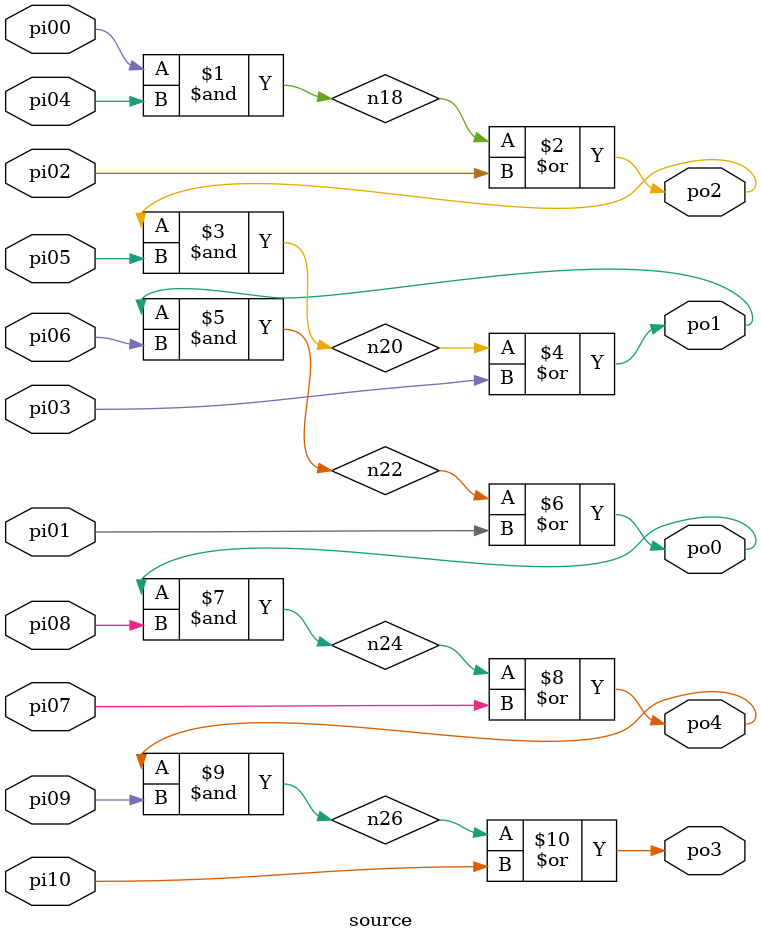
<source format=v>
module source(pi00, pi01, pi02, pi03, pi04, pi05, pi06, pi07, pi08, pi09, pi10, po0, po1, po2, po3, po4);
  input  pi00, pi01, pi02, pi03, pi04, pi05, pi06, pi07, pi08, pi09, pi10;
  output po0, po1, po2, po3, po4;
  wire n18, n20, n22, n24, n26;
  assign n18 = pi00 & pi04;
  assign po2 = n18 | pi02;
  assign n20 = po2 & pi05;
  assign po1 = n20 | pi03;
  assign n22 = po1 & pi06;
  assign po0 = n22 | pi01;
  assign n24 = po0 & pi08;
  assign po4 = n24 | pi07;
  assign n26 = po4 & pi09;
  assign po3 = n26 | pi10;
endmodule



</source>
